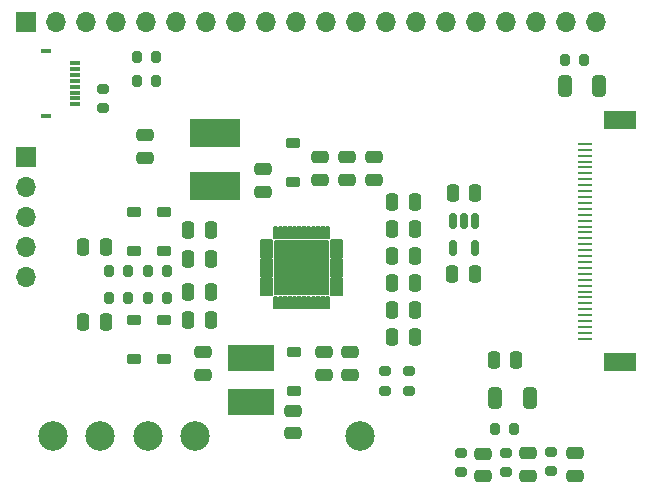
<source format=gts>
G04 #@! TF.GenerationSoftware,KiCad,Pcbnew,8.0.8*
G04 #@! TF.CreationDate,2025-03-14T23:10:01+01:00*
G04 #@! TF.ProjectId,epdiy-v7-raw,65706469-792d-4763-972d-7261772e6b69,1.1*
G04 #@! TF.SameCoordinates,Original*
G04 #@! TF.FileFunction,Soldermask,Top*
G04 #@! TF.FilePolarity,Negative*
%FSLAX46Y46*%
G04 Gerber Fmt 4.6, Leading zero omitted, Abs format (unit mm)*
G04 Created by KiCad (PCBNEW 8.0.8) date 2025-03-14 23:10:01*
%MOMM*%
%LPD*%
G01*
G04 APERTURE LIST*
G04 Aperture macros list*
%AMRoundRect*
0 Rectangle with rounded corners*
0 $1 Rounding radius*
0 $2 $3 $4 $5 $6 $7 $8 $9 X,Y pos of 4 corners*
0 Add a 4 corners polygon primitive as box body*
4,1,4,$2,$3,$4,$5,$6,$7,$8,$9,$2,$3,0*
0 Add four circle primitives for the rounded corners*
1,1,$1+$1,$2,$3*
1,1,$1+$1,$4,$5*
1,1,$1+$1,$6,$7*
1,1,$1+$1,$8,$9*
0 Add four rect primitives between the rounded corners*
20,1,$1+$1,$2,$3,$4,$5,0*
20,1,$1+$1,$4,$5,$6,$7,0*
20,1,$1+$1,$6,$7,$8,$9,0*
20,1,$1+$1,$8,$9,$2,$3,0*%
G04 Aperture macros list end*
%ADD10C,0.152400*%
%ADD11RoundRect,0.150000X-0.150000X0.512500X-0.150000X-0.512500X0.150000X-0.512500X0.150000X0.512500X0*%
%ADD12RoundRect,0.225000X-0.375000X0.225000X-0.375000X-0.225000X0.375000X-0.225000X0.375000X0.225000X0*%
%ADD13RoundRect,0.225000X0.375000X-0.225000X0.375000X0.225000X-0.375000X0.225000X-0.375000X-0.225000X0*%
%ADD14RoundRect,0.250000X0.250000X0.475000X-0.250000X0.475000X-0.250000X-0.475000X0.250000X-0.475000X0*%
%ADD15RoundRect,0.249999X-0.325001X-0.650001X0.325001X-0.650001X0.325001X0.650001X-0.325001X0.650001X0*%
%ADD16RoundRect,0.250000X-0.475000X0.250000X-0.475000X-0.250000X0.475000X-0.250000X0.475000X0.250000X0*%
%ADD17RoundRect,0.200000X0.275000X-0.200000X0.275000X0.200000X-0.275000X0.200000X-0.275000X-0.200000X0*%
%ADD18RoundRect,0.200000X-0.200000X-0.275000X0.200000X-0.275000X0.200000X0.275000X-0.200000X0.275000X0*%
%ADD19RoundRect,0.200000X-0.275000X0.200000X-0.275000X-0.200000X0.275000X-0.200000X0.275000X0.200000X0*%
%ADD20RoundRect,0.250000X-0.250000X-0.475000X0.250000X-0.475000X0.250000X0.475000X-0.250000X0.475000X0*%
%ADD21RoundRect,0.200000X0.200000X0.275000X-0.200000X0.275000X-0.200000X-0.275000X0.200000X-0.275000X0*%
%ADD22R,3.900000X2.200000*%
%ADD23R,4.200000X2.400000*%
%ADD24RoundRect,0.250000X0.475000X-0.250000X0.475000X0.250000X-0.475000X0.250000X-0.475000X-0.250000X0*%
%ADD25R,0.850000X0.200000*%
%ADD26R,0.200000X0.850000*%
%ADD27C,0.508000*%
%ADD28R,4.399999X4.399999*%
%ADD29C,2.500000*%
%ADD30R,0.838200X0.355600*%
%ADD31R,0.838200X0.406400*%
%ADD32R,1.700000X1.700000*%
%ADD33O,1.700000X1.700000*%
%ADD34R,2.800000X1.600000*%
%ADD35R,1.300000X0.250000*%
G04 APERTURE END LIST*
D10*
X95856031Y-101967962D02*
X95856031Y-102268037D01*
X95856031Y-102268037D02*
X96806108Y-102268037D01*
X95856031Y-102367963D02*
X95856031Y-102668039D01*
X95856031Y-102668039D02*
X96806108Y-102668039D01*
X95856031Y-102767962D02*
X95856031Y-103068038D01*
X95856031Y-103068038D02*
X96806108Y-103068038D01*
X95856031Y-103167962D02*
X95856031Y-103468037D01*
X95856031Y-103468037D02*
X96806108Y-103468037D01*
X95856031Y-103567961D02*
X95856031Y-103868039D01*
X95856031Y-103868039D02*
X96806108Y-103868039D01*
X95856031Y-103967963D02*
X95856031Y-104268038D01*
X95856031Y-104268038D02*
X96806108Y-104268038D01*
X95856031Y-104367962D02*
X95856031Y-104668037D01*
X95856031Y-104668037D02*
X96806108Y-104668037D01*
X95856031Y-104767961D02*
X95856031Y-105068037D01*
X95856031Y-105068037D02*
X96806108Y-105068037D01*
X95856031Y-105167963D02*
X95856031Y-105468038D01*
X95856031Y-105468038D02*
X96806108Y-105468038D01*
X95856031Y-105567962D02*
X95856031Y-105868038D01*
X95856031Y-105868038D02*
X96806108Y-105868038D01*
X95856031Y-105967961D02*
X95856031Y-106268037D01*
X95856031Y-106268037D02*
X96806108Y-106268037D01*
X95856031Y-106367963D02*
X95856031Y-106668038D01*
X95856031Y-106668038D02*
X96806108Y-106668038D01*
X96806108Y-101967962D02*
X95856031Y-101967962D01*
X96806108Y-102268037D02*
X96806108Y-101967962D01*
X96806108Y-102367963D02*
X95856031Y-102367963D01*
X96806108Y-102668039D02*
X96806108Y-102367963D01*
X96806108Y-102767962D02*
X95856031Y-102767962D01*
X96806108Y-103068038D02*
X96806108Y-102767962D01*
X96806108Y-103167962D02*
X95856031Y-103167962D01*
X96806108Y-103468037D02*
X96806108Y-103167962D01*
X96806108Y-103567961D02*
X95856031Y-103567961D01*
X96806108Y-103868039D02*
X96806108Y-103567961D01*
X96806108Y-103967963D02*
X95856031Y-103967963D01*
X96806108Y-104268038D02*
X96806108Y-103967963D01*
X96806108Y-104367962D02*
X95856031Y-104367962D01*
X96806108Y-104668037D02*
X96806108Y-104367962D01*
X96806108Y-104767961D02*
X95856031Y-104767961D01*
X96806108Y-105068037D02*
X96806108Y-104767961D01*
X96806108Y-105167963D02*
X95856031Y-105167963D01*
X96806108Y-105468038D02*
X96806108Y-105167963D01*
X96806108Y-105567962D02*
X95856031Y-105567962D01*
X96806108Y-105868038D02*
X96806108Y-105567962D01*
X96806108Y-105967961D02*
X95856031Y-105967961D01*
X96806108Y-106268037D02*
X96806108Y-105967961D01*
X96806108Y-106367963D02*
X95856031Y-106367963D01*
X96806108Y-106668038D02*
X96806108Y-106367963D01*
X96956032Y-100867961D02*
X96956032Y-101818038D01*
X96956032Y-101818038D02*
X97256107Y-101818038D01*
X96956032Y-106817962D02*
X96956032Y-107768039D01*
X96956032Y-107768039D02*
X97256107Y-107768039D01*
X97042571Y-102054501D02*
X97531270Y-102054501D01*
X97042571Y-102054501D02*
X101569569Y-102054501D01*
X97042571Y-102543200D02*
X97042571Y-102054501D01*
X97042571Y-102943200D02*
X101569569Y-102943200D01*
X97042571Y-103330600D02*
X97042571Y-102943200D01*
X97042571Y-103730600D02*
X101569569Y-103730600D01*
X97042571Y-104118000D02*
X97042571Y-103730600D01*
X97042571Y-104518000D02*
X101569569Y-104518000D01*
X97042571Y-104905400D02*
X97042571Y-104518000D01*
X97042571Y-105305400D02*
X101569569Y-105305400D01*
X97042571Y-105692800D02*
X97042571Y-105305400D01*
X97042571Y-106092800D02*
X101569569Y-106092800D01*
X97042571Y-106581499D02*
X97042571Y-102054501D01*
X97042571Y-106581499D02*
X97042571Y-106092800D01*
X97256107Y-100867961D02*
X96956032Y-100867961D01*
X97256107Y-101818038D02*
X97256107Y-100867961D01*
X97256107Y-106817962D02*
X96956032Y-106817962D01*
X97256107Y-107768039D02*
X97256107Y-106817962D01*
X97356033Y-100867961D02*
X97356033Y-101818038D01*
X97356033Y-101818038D02*
X97656109Y-101818038D01*
X97356033Y-106817962D02*
X97356033Y-107768039D01*
X97356033Y-107768039D02*
X97656109Y-107768039D01*
X97531270Y-102054501D02*
X97531270Y-106581499D01*
X97531270Y-106581499D02*
X97042571Y-106581499D01*
X97656109Y-100867961D02*
X97356033Y-100867961D01*
X97656109Y-101818038D02*
X97656109Y-100867961D01*
X97656109Y-106817962D02*
X97356033Y-106817962D01*
X97656109Y-107768039D02*
X97656109Y-106817962D01*
X97756032Y-100867961D02*
X97756032Y-101818038D01*
X97756032Y-101818038D02*
X98056108Y-101818038D01*
X97756032Y-106817962D02*
X97756032Y-107768039D01*
X97756032Y-107768039D02*
X98056108Y-107768039D01*
X97931270Y-102054501D02*
X97931270Y-106581499D01*
X97931270Y-106581499D02*
X98318670Y-106581499D01*
X98056108Y-100867961D02*
X97756032Y-100867961D01*
X98056108Y-101818038D02*
X98056108Y-100867961D01*
X98056108Y-106817962D02*
X97756032Y-106817962D01*
X98056108Y-107768039D02*
X98056108Y-106817962D01*
X98156032Y-100867961D02*
X98156032Y-101818038D01*
X98156032Y-101818038D02*
X98456107Y-101818038D01*
X98156032Y-106817962D02*
X98156032Y-107768039D01*
X98156032Y-107768039D02*
X98456107Y-107768039D01*
X98318670Y-102054501D02*
X97931270Y-102054501D01*
X98318670Y-106581499D02*
X98318670Y-102054501D01*
X98456107Y-100867961D02*
X98156032Y-100867961D01*
X98456107Y-101818038D02*
X98456107Y-100867961D01*
X98456107Y-106817962D02*
X98156032Y-106817962D01*
X98456107Y-107768039D02*
X98456107Y-106817962D01*
X98556031Y-106817962D02*
X98556031Y-107768039D01*
X98556031Y-107768039D02*
X98856109Y-107768039D01*
X98556033Y-100867961D02*
X98556033Y-101818038D01*
X98556033Y-101818038D02*
X98856109Y-101818038D01*
X98718670Y-102054501D02*
X98718670Y-106581499D01*
X98718670Y-106581499D02*
X99106070Y-106581499D01*
X98856109Y-100867961D02*
X98556033Y-100867961D01*
X98856109Y-101818038D02*
X98856109Y-100867961D01*
X98856109Y-106817962D02*
X98556031Y-106817962D01*
X98856109Y-107768039D02*
X98856109Y-106817962D01*
X98956033Y-100867961D02*
X98956033Y-101818038D01*
X98956033Y-101818038D02*
X99256108Y-101818038D01*
X98956033Y-106817962D02*
X98956033Y-107768039D01*
X98956033Y-107768039D02*
X99256108Y-107768039D01*
X99106070Y-102054501D02*
X98718670Y-102054501D01*
X99106070Y-106581499D02*
X99106070Y-102054501D01*
X99256108Y-100867961D02*
X98956033Y-100867961D01*
X99256108Y-101818038D02*
X99256108Y-100867961D01*
X99256108Y-106817962D02*
X98956033Y-106817962D01*
X99256108Y-107768039D02*
X99256108Y-106817962D01*
X99356032Y-100867961D02*
X99356032Y-101818038D01*
X99356032Y-101818038D02*
X99656107Y-101818038D01*
X99356032Y-106817962D02*
X99356032Y-107768039D01*
X99356032Y-107768039D02*
X99656107Y-107768039D01*
X99506070Y-102054501D02*
X99506070Y-106581499D01*
X99506070Y-106581499D02*
X99893470Y-106581499D01*
X99656107Y-100867961D02*
X99356032Y-100867961D01*
X99656107Y-101818038D02*
X99656107Y-100867961D01*
X99656107Y-106817962D02*
X99356032Y-106817962D01*
X99656107Y-107768039D02*
X99656107Y-106817962D01*
X99756031Y-100867961D02*
X99756031Y-101818038D01*
X99756031Y-101818038D02*
X100056109Y-101818038D01*
X99756031Y-106817962D02*
X99756031Y-107768039D01*
X99756031Y-107768039D02*
X100056107Y-107768039D01*
X99893470Y-102054501D02*
X99506070Y-102054501D01*
X99893470Y-106581499D02*
X99893470Y-102054501D01*
X100056107Y-106817962D02*
X99756031Y-106817962D01*
X100056107Y-107768039D02*
X100056107Y-106817962D01*
X100056109Y-100867961D02*
X99756031Y-100867961D01*
X100056109Y-101818038D02*
X100056109Y-100867961D01*
X100156033Y-100867961D02*
X100156033Y-101818038D01*
X100156033Y-101818038D02*
X100456108Y-101818038D01*
X100156033Y-106817962D02*
X100156033Y-107768039D01*
X100156033Y-107768039D02*
X100456108Y-107768039D01*
X100293470Y-102054501D02*
X100293470Y-106581499D01*
X100293470Y-106581499D02*
X100680870Y-106581499D01*
X100456108Y-100867961D02*
X100156033Y-100867961D01*
X100456108Y-101818038D02*
X100456108Y-100867961D01*
X100456108Y-106817962D02*
X100156033Y-106817962D01*
X100456108Y-107768039D02*
X100456108Y-106817962D01*
X100556032Y-100867961D02*
X100556032Y-101818038D01*
X100556032Y-101818038D02*
X100856108Y-101818038D01*
X100556032Y-106817962D02*
X100556032Y-107768039D01*
X100556032Y-107768039D02*
X100856108Y-107768039D01*
X100680870Y-102054501D02*
X100293470Y-102054501D01*
X100680870Y-106581499D02*
X100680870Y-102054501D01*
X100856108Y-100867961D02*
X100556032Y-100867961D01*
X100856108Y-101818038D02*
X100856108Y-100867961D01*
X100856108Y-106817962D02*
X100556032Y-106817962D01*
X100856108Y-107768039D02*
X100856108Y-106817962D01*
X100956031Y-100867961D02*
X100956031Y-101818038D01*
X100956031Y-101818038D02*
X101256107Y-101818038D01*
X100956031Y-106817962D02*
X100956031Y-107768039D01*
X100956031Y-107768039D02*
X101256107Y-107768039D01*
X101080870Y-102054501D02*
X101569569Y-102054501D01*
X101080870Y-106581499D02*
X101080870Y-102054501D01*
X101256107Y-100867961D02*
X100956031Y-100867961D01*
X101256107Y-101818038D02*
X101256107Y-100867961D01*
X101256107Y-106817962D02*
X100956031Y-106817962D01*
X101256107Y-107768039D02*
X101256107Y-106817962D01*
X101356033Y-100867961D02*
X101356033Y-101818038D01*
X101356033Y-101818038D02*
X101656108Y-101818038D01*
X101356033Y-106817962D02*
X101356033Y-107768039D01*
X101356033Y-107768039D02*
X101656108Y-107768039D01*
X101569569Y-102054501D02*
X101569569Y-102543200D01*
X101569569Y-102054501D02*
X101569569Y-106581499D01*
X101569569Y-102543200D02*
X97042571Y-102543200D01*
X101569569Y-102943200D02*
X101569569Y-103330600D01*
X101569569Y-103330600D02*
X97042571Y-103330600D01*
X101569569Y-103730600D02*
X101569569Y-104118000D01*
X101569569Y-104118000D02*
X97042571Y-104118000D01*
X101569569Y-104518000D02*
X101569569Y-104905400D01*
X101569569Y-104905400D02*
X97042571Y-104905400D01*
X101569569Y-105305400D02*
X101569569Y-105692800D01*
X101569569Y-105692800D02*
X97042571Y-105692800D01*
X101569569Y-106092800D02*
X101569569Y-106581499D01*
X101569569Y-106581499D02*
X97042571Y-106581499D01*
X101569569Y-106581499D02*
X101080870Y-106581499D01*
X101656108Y-100867961D02*
X101356033Y-100867961D01*
X101656108Y-101818038D02*
X101656108Y-100867961D01*
X101656108Y-106817962D02*
X101356033Y-106817962D01*
X101656108Y-107768039D02*
X101656108Y-106817962D01*
X101806032Y-101967962D02*
X101806032Y-102268037D01*
X101806032Y-102268037D02*
X102756109Y-102268037D01*
X101806032Y-102367963D02*
X101806032Y-102668039D01*
X101806032Y-102668039D02*
X102756109Y-102668039D01*
X101806032Y-102767962D02*
X101806032Y-103068038D01*
X101806032Y-103068038D02*
X102756109Y-103068038D01*
X101806032Y-103167962D02*
X101806032Y-103468037D01*
X101806032Y-103468037D02*
X102756109Y-103468037D01*
X101806032Y-103567963D02*
X101806032Y-103868039D01*
X101806032Y-103868039D02*
X102756109Y-103868039D01*
X101806032Y-103967963D02*
X101806032Y-104268038D01*
X101806032Y-104268038D02*
X102756109Y-104268038D01*
X101806032Y-104367962D02*
X101806032Y-104668037D01*
X101806032Y-104668037D02*
X102756109Y-104668037D01*
X101806032Y-104767961D02*
X101806032Y-105068039D01*
X101806032Y-105068039D02*
X102756109Y-105068039D01*
X101806032Y-105167963D02*
X101806032Y-105468038D01*
X101806032Y-105468038D02*
X102756109Y-105468038D01*
X101806032Y-105567962D02*
X101806032Y-105868038D01*
X101806032Y-105868038D02*
X102756109Y-105868038D01*
X101806032Y-105967961D02*
X101806032Y-106268037D01*
X101806032Y-106268037D02*
X102756109Y-106268037D01*
X101806032Y-106367963D02*
X101806032Y-106668038D01*
X101806032Y-106668038D02*
X102756109Y-106668038D01*
X102756109Y-101967962D02*
X101806032Y-101967962D01*
X102756109Y-102268037D02*
X102756109Y-101967962D01*
X102756109Y-102367963D02*
X101806032Y-102367963D01*
X102756109Y-102668039D02*
X102756109Y-102367963D01*
X102756109Y-102767962D02*
X101806032Y-102767962D01*
X102756109Y-103068038D02*
X102756109Y-102767962D01*
X102756109Y-103167962D02*
X101806032Y-103167962D01*
X102756109Y-103468037D02*
X102756109Y-103167962D01*
X102756109Y-103567963D02*
X101806032Y-103567963D01*
X102756109Y-103868039D02*
X102756109Y-103567963D01*
X102756109Y-103967963D02*
X101806032Y-103967963D01*
X102756109Y-104268038D02*
X102756109Y-103967963D01*
X102756109Y-104367962D02*
X101806032Y-104367962D01*
X102756109Y-104668037D02*
X102756109Y-104367962D01*
X102756109Y-104767961D02*
X101806032Y-104767961D01*
X102756109Y-105068039D02*
X102756109Y-104767961D01*
X102756109Y-105167963D02*
X101806032Y-105167963D01*
X102756109Y-105468038D02*
X102756109Y-105167963D01*
X102756109Y-105567962D02*
X101806032Y-105567962D01*
X102756109Y-105868038D02*
X102756109Y-105567962D01*
X102756109Y-105967961D02*
X101806032Y-105967961D01*
X102756109Y-106268037D02*
X102756109Y-105967961D01*
X102756109Y-106367963D02*
X101806032Y-106367963D01*
X102756109Y-106668038D02*
X102756109Y-106367963D01*
D11*
X114032070Y-100352500D03*
X113082070Y-100352500D03*
X112132070Y-100352500D03*
X112132070Y-102627500D03*
X114032070Y-102627500D03*
D12*
X85082070Y-108764000D03*
X85082070Y-112064000D03*
D13*
X87622070Y-112064000D03*
X87622070Y-108764000D03*
D12*
X85082070Y-99620000D03*
X85082070Y-102920000D03*
D13*
X87622070Y-102920000D03*
X87622070Y-99620000D03*
X98671070Y-114731000D03*
X98671070Y-111431000D03*
D12*
X98544070Y-93778000D03*
X98544070Y-97078000D03*
D14*
X113982070Y-104890000D03*
X112082070Y-104890000D03*
X108892070Y-110160000D03*
X106992070Y-110160000D03*
X117483333Y-112125000D03*
X115583333Y-112125000D03*
D15*
X121575000Y-88925000D03*
X124525000Y-88925000D03*
D16*
X118505000Y-120050000D03*
X118505000Y-121950000D03*
D15*
X115658333Y-115370000D03*
X118608333Y-115370000D03*
D16*
X122432000Y-120047000D03*
X122432000Y-121947000D03*
D17*
X106363270Y-114761600D03*
X106363270Y-113111600D03*
D18*
X121575000Y-86775000D03*
X123225000Y-86775000D03*
D19*
X116575000Y-119997000D03*
X116575000Y-121647000D03*
D18*
X115650000Y-118000000D03*
X117300000Y-118000000D03*
D19*
X120400000Y-119922000D03*
X120400000Y-121572000D03*
X108395270Y-113111600D03*
X108395270Y-114761600D03*
D16*
X105402070Y-94986000D03*
X105402070Y-96886000D03*
D20*
X106992070Y-98730000D03*
X108892070Y-98730000D03*
D21*
X87939070Y-104572000D03*
X86289070Y-104572000D03*
D22*
X94988070Y-115743000D03*
X94988070Y-111943000D03*
D23*
X91940070Y-97424000D03*
X91940070Y-92924000D03*
D21*
X84637070Y-106858000D03*
X82987070Y-106858000D03*
X87939070Y-106858000D03*
X86289070Y-106858000D03*
X84637070Y-104572000D03*
X82987070Y-104572000D03*
D24*
X98544070Y-118349000D03*
X98544070Y-116449000D03*
X103370070Y-113396000D03*
X103370070Y-111496000D03*
D14*
X91620070Y-103556000D03*
X89720070Y-103556000D03*
D20*
X89720070Y-106350000D03*
X91620070Y-106350000D03*
D25*
X102281070Y-106518001D03*
X102281070Y-106117999D03*
X102281070Y-105718000D03*
X102281070Y-105318001D03*
X102281070Y-104917999D03*
X102281070Y-104518000D03*
X102281070Y-104118000D03*
X102281070Y-103718001D03*
X102281070Y-103317999D03*
X102281070Y-102918000D03*
X102281070Y-102518001D03*
X102281070Y-102117999D03*
D26*
X101506071Y-101343000D03*
X101106069Y-101343000D03*
X100706070Y-101343000D03*
X100306071Y-101343000D03*
X99906069Y-101343000D03*
X99506070Y-101343000D03*
X99106070Y-101343000D03*
X98706071Y-101343000D03*
X98306069Y-101343000D03*
X97906070Y-101343000D03*
X97506071Y-101343000D03*
X97106069Y-101343000D03*
D25*
X96331070Y-102117999D03*
X96331070Y-102518001D03*
X96331070Y-102918000D03*
X96331070Y-103317999D03*
X96331070Y-103718001D03*
X96331070Y-104118000D03*
X96331070Y-104518000D03*
X96331070Y-104917999D03*
X96331070Y-105318001D03*
X96331070Y-105718000D03*
X96331070Y-106117999D03*
X96331070Y-106518001D03*
D26*
X97106069Y-107293000D03*
X97506071Y-107293000D03*
X97906070Y-107293000D03*
X98306069Y-107293000D03*
X98706071Y-107293000D03*
X99106070Y-107293000D03*
X99506070Y-107293000D03*
X99906069Y-107293000D03*
X100306071Y-107293000D03*
X100706070Y-107293000D03*
X101106069Y-107293000D03*
X101506071Y-107293000D03*
D27*
X100880870Y-105892800D03*
X100880870Y-105105400D03*
X100880870Y-104318000D03*
X100880870Y-103530600D03*
X100880870Y-102743200D03*
X100093470Y-105892800D03*
X100093470Y-105105400D03*
X100093470Y-104318000D03*
X100093470Y-103530600D03*
X100093470Y-102743200D03*
X99306070Y-105892800D03*
X99306070Y-105105400D03*
X99306070Y-104318000D03*
D28*
X99306070Y-104318000D03*
D27*
X99306070Y-103530600D03*
X99306070Y-102743200D03*
X98518670Y-105892800D03*
X98518670Y-105105400D03*
X98518670Y-104318000D03*
X98518670Y-103530600D03*
X98518670Y-102743200D03*
X97731270Y-105892800D03*
X97731270Y-105105400D03*
X97731270Y-104318000D03*
X97731270Y-103530600D03*
X97731270Y-102743200D03*
D14*
X108892070Y-107874000D03*
X106992070Y-107874000D03*
D24*
X96004070Y-97902000D03*
X96004070Y-96002000D03*
D14*
X108892070Y-101016000D03*
X106992070Y-101016000D03*
D20*
X80830070Y-102540000D03*
X82730070Y-102540000D03*
D24*
X100830070Y-96886000D03*
X100830070Y-94986000D03*
D20*
X106992070Y-105588000D03*
X108892070Y-105588000D03*
X89720070Y-101143000D03*
X91620070Y-101143000D03*
D24*
X103116070Y-96886000D03*
X103116070Y-94986000D03*
D20*
X89720070Y-108763000D03*
X91620070Y-108763000D03*
D14*
X82730070Y-108890000D03*
X80830070Y-108890000D03*
X108892070Y-103314700D03*
X106992070Y-103314700D03*
D24*
X101211070Y-113396000D03*
X101211070Y-111496000D03*
D20*
X112132070Y-97990000D03*
X114032070Y-97990000D03*
D16*
X114696000Y-120097000D03*
X114696000Y-121997000D03*
D19*
X112796000Y-119997000D03*
X112796000Y-121647000D03*
D16*
X86032070Y-93140000D03*
X86032070Y-95040000D03*
D24*
X90924070Y-113396000D03*
X90924070Y-111496000D03*
D29*
X86282070Y-118590000D03*
X78282070Y-118590000D03*
X90282070Y-118590000D03*
X104282070Y-118590000D03*
D18*
X85350000Y-88500000D03*
X87000000Y-88500000D03*
D21*
X87000000Y-86500063D03*
X85350000Y-86500063D03*
D29*
X82282070Y-118590000D03*
D30*
X80117800Y-90500441D03*
X80117800Y-90000315D03*
X80117800Y-89500189D03*
X80117800Y-89000063D03*
X80117800Y-88499937D03*
X80117800Y-87999811D03*
X80117800Y-87499685D03*
X80117800Y-86999559D03*
D31*
X77657800Y-86000000D03*
X77657800Y-91500000D03*
D32*
X75940000Y-83500000D03*
D33*
X78480000Y-83500000D03*
X81020000Y-83500000D03*
X83560000Y-83500000D03*
X86100000Y-83500000D03*
X88640000Y-83500000D03*
X91180000Y-83500000D03*
X93720000Y-83500000D03*
X96260000Y-83500000D03*
X98800000Y-83500000D03*
X101340000Y-83500000D03*
X103880000Y-83500000D03*
X106420000Y-83500000D03*
X108960000Y-83500000D03*
X111500000Y-83500000D03*
X114040000Y-83500000D03*
X116580000Y-83500000D03*
X119120000Y-83500000D03*
X121660000Y-83500000D03*
X124200000Y-83500000D03*
D32*
X76000000Y-95000000D03*
D33*
X76000000Y-97540000D03*
X76000000Y-100080000D03*
X76000000Y-102620000D03*
X76000000Y-105160000D03*
D17*
X82500000Y-89175000D03*
X82500000Y-90825000D03*
D34*
X126275000Y-112350000D03*
X126275000Y-91850000D03*
D35*
X123275000Y-110350000D03*
X123275000Y-109850000D03*
X123275000Y-109350000D03*
X123275000Y-108850000D03*
X123275000Y-108350000D03*
X123275000Y-107850000D03*
X123275000Y-107350000D03*
X123275000Y-106850000D03*
X123275000Y-106350000D03*
X123275000Y-105850000D03*
X123275000Y-105350000D03*
X123275000Y-104850000D03*
X123275000Y-104350000D03*
X123275000Y-103850000D03*
X123275000Y-103350000D03*
X123275000Y-102850000D03*
X123275000Y-102350000D03*
X123275000Y-101850000D03*
X123275000Y-101350000D03*
X123275000Y-100850000D03*
X123275000Y-100350000D03*
X123275000Y-99850000D03*
X123275000Y-99350000D03*
X123275000Y-98850000D03*
X123275000Y-98350000D03*
X123275000Y-97850000D03*
X123275000Y-97350000D03*
X123275000Y-96850000D03*
X123275000Y-96350000D03*
X123275000Y-95850000D03*
X123275000Y-95350000D03*
X123275000Y-94850000D03*
X123275000Y-94350000D03*
X123275000Y-93850000D03*
M02*

</source>
